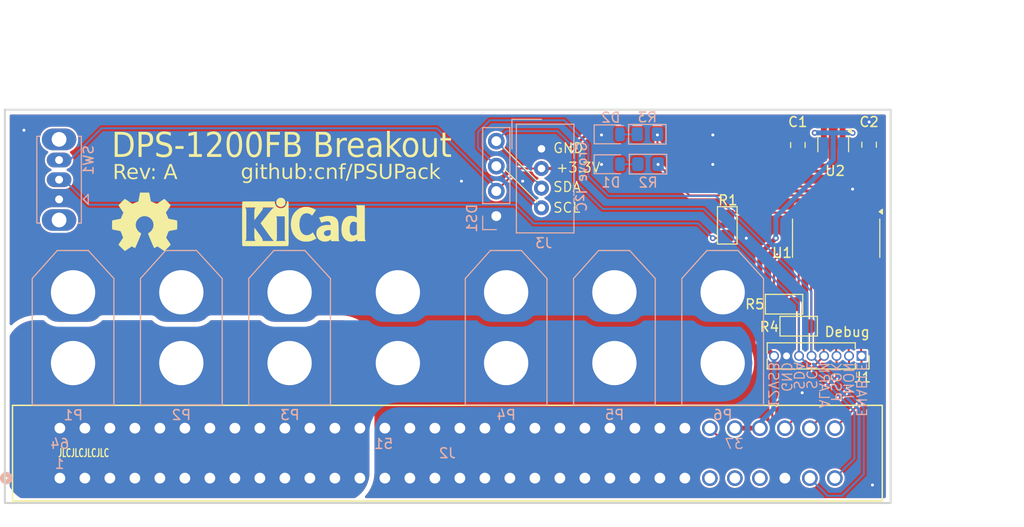
<source format=kicad_pcb>
(kicad_pcb (version 20241229) (generator "pcbnew") (generator_version "9.0")
  (title_block (title "${PCB_NAME}") (date "2025-09-05") (rev "${SCHEMATIC_VERSION}") (company "${ATTRIBUTION}"))
  (layers (0 "F.Cu" signal) (2 "B.Cu" signal) (13 "F.Paste" user) (15 "B.Paste" user) (5 "F.SilkS" user "F.Silkscreen") (7 "B.SilkS" user "B.Silkscreen") (1 "F.Mask" user) (3 "B.Mask" user) (25 "Edge.Cuts" user))
  (property "ATTRIBUTION" "github:cnf/PSUPack")
  (property "PCB_NAME" "DPS-1200FB Breakout")
  (property "SCHEMATIC_VERSION" "A")
  (net 0 "")
  (net 1 "+12V")
  (net 2 "GND")
  (net 3 "+12VSB")
  (net 4 "+3.3V")
  (net 5 "SDA")
  (net 6 "SCL")
  (net 7 "PSOK")
  (net 8 "~{ENABLE}")
  (net 9 "IMON")
  (net 10 "PWR")
  (net 11 "~{ALARM}")
  (net 12 "Net-(U2-BP)")
  (net 17 "Net-(SW1-B)")
  (net 18 "Net-(D1-A)")
  (net 19 "Net-(D2-A)")
  (net 20 "RLED")
  (net 21 "GLED")
  (footprint "Connector_PinSocket_1.27mm:PinSocket_1x08_P1.27mm_Vertical" (layer "F.Cu") (at 147.11 69.97 -90)
    (property "Reference" "J1" (at 2.19 -0.1 0) (layer "F.SilkS"))
    (property "Value" "Debug" (at -2.44 1.46 0) (layer "F.SilkS"))
    (pad "1" thru_hole rect (at 0 0 270) (size 1 1) (drill 0.7) (layers "*.Cu" "*.Mask") (net 8 "~{ENABLE}"))
    (pad "2" thru_hole circle (at 0 1.27 270) (size 1 1) (drill 0.7) (layers "*.Cu" "*.Mask") (net 9 "IMON"))
    (pad "3" thru_hole circle (at 0 2.54 270) (size 1 1) (drill 0.7) (layers "*.Cu" "*.Mask") (net 7 "PSOK"))
    (pad "4" thru_hole circle (at 0 3.81 270) (size 1 1) (drill 0.7) (layers "*.Cu" "*.Mask") (net 11 "~{ALARM}"))
    (pad "5" thru_hole circle (at 0 5.08 270) (size 1 1) (drill 0.7) (layers "*.Cu" "*.Mask") (net 6 "SCL"))
    (pad "6" thru_hole circle (at 0 6.35 270) (size 1 1) (drill 0.7) (layers "*.Cu" "*.Mask") (net 5 "SDA"))
    (pad "7" thru_hole circle (at 0 7.62 270) (size 1 1) (drill 0.7) (layers "*.Cu" "*.Mask") (net 2 "GND"))
    (pad "8" thru_hole circle (at 0 8.89 270) (size 1 1) (drill 0.7) (layers "*.Cu" "*.Mask") (net 3 "+12VSB"))
  )
  (footprint "Package_SO:SOIC-14_3.9x8.7mm_P1.27mm" (layer "F.Cu") (at 144.53 58 -90)
    (property "Reference" "U1" (at 1.485 5.5 0) (layer "F.SilkS"))
    (property "Value" "ATtiny404-SS")
    (pad "1" smd roundrect (at -2.475 -3.81 270) (size 1.95 0.6) (layers "F.Cu" "F.Mask" "F.Paste") (net 4 "+3.3V"))
    (pad "2" smd roundrect (at -2.475 -2.54 270) (size 1.95 0.6) (layers "F.Cu" "F.Mask" "F.Paste"))
    (pad "3" smd roundrect (at -2.475 -1.27 270) (size 1.95 0.6) (layers "F.Cu" "F.Mask" "F.Paste"))
    (pad "4" smd roundrect (at -2.475 0 270) (size 1.95 0.6) (layers "F.Cu" "F.Mask" "F.Paste") (net 21 "GLED"))
    (pad "5" smd roundrect (at -2.475 1.27 270) (size 1.95 0.6) (layers "F.Cu" "F.Mask" "F.Paste") (net 20 "RLED"))
    (pad "6" smd roundrect (at -2.475 2.54 270) (size 1.95 0.6) (layers "F.Cu" "F.Mask" "F.Paste"))
    (pad "7" smd roundrect (at -2.475 3.81 270) (size 1.95 0.6) (layers "F.Cu" "F.Mask" "F.Paste") (net 10 "PWR"))
    (pad "8" smd roundrect (at 2.475 3.81 270) (size 1.95 0.6) (layers "F.Cu" "F.Mask" "F.Paste") (net 5 "SDA"))
    (pad "9" smd roundrect (at 2.475 2.54 270) (size 1.95 0.6) (layers "F.Cu" "F.Mask" "F.Paste") (net 6 "SCL"))
    (pad "10" smd roundrect (at 2.475 1.27 270) (size 1.95 0.6) (layers "F.Cu" "F.Mask" "F.Paste") (net 11 "~{ALARM}"))
    (pad "11" smd roundrect (at 2.475 0 270) (size 1.95 0.6) (layers "F.Cu" "F.Mask" "F.Paste") (net 7 "PSOK"))
    (pad "12" smd roundrect (at 2.475 -1.27 270) (size 1.95 0.6) (layers "F.Cu" "F.Mask" "F.Paste") (net 9 "IMON"))
    (pad "13" smd roundrect (at 2.475 -2.54 270) (size 1.95 0.6) (layers "F.Cu" "F.Mask" "F.Paste") (net 8 "~{ENABLE}"))
    (pad "14" smd roundrect (at 2.475 -3.81 270) (size 1.95 0.6) (layers "F.Cu" "F.Mask" "F.Paste") (net 2 "GND"))
  )
  (footprint "PCM_Resistor_SMD_AKL:R_0805_2012Metric_Pad1.15x1.40mm" (layer "F.Cu") (at 139.235 64.71)
    (property "Reference" "R5" (at -2.965 0.01 0) (layer "F.SilkS"))
    (property "Value" "R_Small" (hide yes))
    (pad "1" smd roundrect (at -1.025 0) (size 1.15 1.4) (layers "F.Cu" "F.Mask" "F.Paste") (roundrect_rratio 0.217391) (net 4 "+3.3V"))
    (pad "2" smd roundrect (at 1.025 0) (size 1.15 1.4) (layers "F.Cu" "F.Mask" "F.Paste") (roundrect_rratio 0.217391) (net 5 "SDA"))
  )
  (footprint "Capacitor_SMD:C_0805_2012Metric" (layer "F.Cu") (at 147.88 48.49 90)
    (property "Reference" "C2" (at 2.31 0 180) (layer "F.SilkS"))
    (property "Value" "100nF")
    (pad "1" smd roundrect (at -0.95 0 90) (size 1 1.45) (layers "F.Cu" "F.Mask" "F.Paste") (net 4 "+3.3V"))
    (pad "2" smd roundrect (at 0.95 0 90) (size 1 1.45) (layers "F.Cu" "F.Mask" "F.Paste") (net 2 "GND"))
  )
  (footprint "PCM_Resistor_SMD_AKL:R_0805_2012Metric_Pad1.15x1.40mm" (layer "F.Cu") (at 133.47 56.695 -90)
    (property "Reference" "R1" (at -2.555 -0.06 180) (layer "F.SilkS"))
    (property "Value" "R_Small" (hide yes))
    (pad "1" smd roundrect (at -1.025 0 270) (size 1.15 1.4) (layers "F.Cu" "F.Mask" "F.Paste") (roundrect_rratio 0.217391) (net 10 "PWR"))
    (pad "2" smd roundrect (at 1.025 0 270) (size 1.15 1.4) (layers "F.Cu" "F.Mask" "F.Paste") (roundrect_rratio 0.217391) (net 17 "Net-(SW1-B)"))
  )
  (footprint "Package_TO_SOT_SMD:SOT-23-5" (layer "F.Cu") (at 144.2325 48.41 -90)
    (property "Reference" "U2" (at 2.74 -0.1875 180) (layer "F.SilkS"))
    (property "Value" "LP2985-3.3")
    (pad "1" smd roundrect (at -1.1375 -0.95 270) (size 1.325 0.6) (layers "F.Cu" "F.Mask" "F.Paste") (net 3 "+12VSB"))
    (pad "2" smd roundrect (at -1.1375 0 270) (size 1.325 0.6) (layers "F.Cu" "F.Mask" "F.Paste") (net 2 "GND"))
    (pad "3" smd roundrect (at -1.1375 0.95 270) (size 1.325 0.6) (layers "F.Cu" "F.Mask" "F.Paste") (net 3 "+12VSB"))
    (pad "4" smd roundrect (at 1.1375 0.95 270) (size 1.325 0.6) (layers "F.Cu" "F.Mask" "F.Paste") (net 12 "Net-(U2-BP)"))
    (pad "5" smd roundrect (at 1.1375 -0.95 270) (size 1.325 0.6) (layers "F.Cu" "F.Mask" "F.Paste") (net 4 "+3.3V"))
  )
  (footprint "PCM_Resistor_SMD_AKL:R_0805_2012Metric_Pad1.15x1.40mm" (layer "F.Cu") (at 140.725 66.95)
    (property "Reference" "R4" (at -2.985 0.07 0) (layer "F.SilkS"))
    (property "Value" "R_Small" (hide yes))
    (pad "1" smd roundrect (at -1.025 0) (size 1.15 1.4) (layers "F.Cu" "F.Mask" "F.Paste") (roundrect_rratio 0.217391) (net 4 "+3.3V"))
    (pad "2" smd roundrect (at 1.025 0) (size 1.15 1.4) (layers "F.Cu" "F.Mask" "F.Paste") (roundrect_rratio 0.217391) (net 6 "SCL"))
  )
  (footprint "Connectors:CONN_10046971-001LF_AMP" (layer "F.Cu") (at 65.66 82.4)
    (property "Reference" "J2" (at 39.37 -2.54 0) (layer "B.SilkS") (effects (justify mirror)))
    (property "Value" "10046971-001LF")
    (pad "1" thru_hole circle (at 0 0) (size 1.6002 1.6002) (drill 1.0922) (layers "*.Cu" "*.Mask") (net 1 "+12V"))
    (pad "2" thru_hole circle (at 2.54 0) (size 1.6002 1.6002) (drill 1.0922) (layers "*.Cu" "*.Mask") (net 1 "+12V"))
    (pad "3" thru_hole circle (at 5.08 0) (size 1.6002 1.6002) (drill 1.0922) (layers "*.Cu" "*.Mask") (net 1 "+12V"))
    (pad "4" thru_hole circle (at 7.62 0) (size 1.6002 1.6002) (drill 1.0922) (layers "*.Cu" "*.Mask") (net 1 "+12V"))
    (pad "5" thru_hole circle (at 10.16 0) (size 1.6002 1.6002) (drill 1.0922) (layers "*.Cu" "*.Mask") (net 1 "+12V"))
    (pad "6" thru_hole circle (at 12.7 0) (size 1.6002 1.6002) (drill 1.0922) (layers "*.Cu" "*.Mask") (net 1 "+12V"))
    (pad "7" thru_hole circle (at 15.24 0) (size 1.6002 1.6002) (drill 1.0922) (layers "*.Cu" "*.Mask") (net 1 "+12V"))
    (pad "8" thru_hole circle (at 17.78 0) (size 1.6002 1.6002) (drill 1.0922) (layers "*.Cu" "*.Mask") (net 1 "+12V"))
    (pad "9" thru_hole circle (at 20.32 0) (size 1.6002 1.6002) (drill 1.0922) (layers "*.Cu" "*.Mask") (net 1 "+12V"))
    (pad "10" thru_hole circle (at 22.86 0) (size 1.6002 1.6002) (drill 1.0922) (layers "*.Cu" "*.Mask") (net 1 "+12V"))
    (pad "11" thru_hole circle (at 25.4 0) (size 1.6002 1.6002) (drill 1.0922) (layers "*.Cu" "*.Mask") (net 1 "+12V"))
    (pad "12" thru_hole circle (at 27.94 0) (size 1.6002 1.6002) (drill 1.0922) (layers "*.Cu" "*.Mask") (net 1 "+12V"))
    (pad "13" thru_hole circle (at 30.48 0) (size 1.6002 1.6002) (drill 1.0922) (layers "*.Cu" "*.Mask") (net 1 "+12V"))
    (pad "14" thru_hole circle (at 33.02 0) (size 1.6002 1.6002) (drill 1.0922) (layers "*.Cu" "*.Mask") (net 2 "GND"))
    (pad "15" thru_hole circle (at 35.56 0) (size 1.6002 1.6002) (drill 1.0922) (layers "*.Cu" "*.Mask") (net 2 "GND"))
    (pad "16" thru_hole circle (at 38.1 0) (size 1.6002 1.6002) (drill 1.0922) (layers "*.Cu" "*.Mask") (net 2 "GND"))
    (pad "17" thru_hole circle (at 40.64 0) (size 1.6002 1.6002) (drill 1.0922) (layers "*.Cu" "*.Mask") (net 2 "GND"))
    (pad "18" thru_hole circle (at 43.18 0) (size 1.6002 1.6002) (drill 1.0922) (layers "*.Cu" "*.Mask") (net 2 "GND"))
    (pad "19" thru_hole circle (at 45.72 0) (size 1.6002 1.6002) (drill 1.0922) (layers "*.Cu" "*.Mask") (net 2 "GND"))
    (pad "20" thru_hole circle (at 48.26 0) (size 1.6002 1.6002) (drill 1.0922) (layers "*.Cu" "*.Mask") (net 2 "GND"))
    (pad "21" thru_hole circle (at 50.8 0) (size 1.6002 1.6002) (drill 1.0922) (layers "*.Cu" "*.Mask") (net 2 "GND"))
    (pad "22" thru_hole circle (at 53.34 0) (size 1.6002 1.6002) (drill 1.0922) (layers "*.Cu" "*.Mask") (net 2 "GND"))
    (pad "23" thru_hole circle (at 55.88 0) (size 1.6002 1.6002) (drill 1.0922) (layers "*.Cu" "*.Mask") (net 2 "GND"))
    (pad "24" thru_hole circle (at 58.42 0) (size 1.6002 1.6002) (drill 1.0922) (layers "*.Cu" "*.Mask") (net 2 "GND"))
    (pad "25" thru_hole circle (at 60.96 0) (size 1.6002 1.6002) (drill 1.0922) (layers "*.Cu" "*.Mask") (net 2 "GND"))
    (pad "26" thru_hole circle (at 63.5 0) (size 1.6002 1.6002) (drill 1.0922) (layers "*.Cu" "*.Mask") (net 2 "GND"))
    (pad "27" thru_hole circle (at 66.04 0) (size 1.6002 1.6002) (drill 1.0922) (layers "*.Cu" "*.Mask"))
    (pad "28" thru_hole circle (at 68.58 0) (size 1.6002 1.6002) (drill 1.0922) (layers "*.Cu" "*.Mask"))
    (pad "29" thru_hole circle (at 71.12 0) (size 1.6002 1.6002) (drill 1.0922) (layers "*.Cu" "*.Mask"))
    (pad "30" thru_hole circle (at 73.66 0) (size 1.6002 1.6002) (drill 1.0922) (layers "*.Cu" "*.Mask") (net 2 "GND"))
    (pad "31" thru_hole circle (at 76.2 0) (size 1.6002 1.6002) (drill 1.0922) (layers "*.Cu" "*.Mask") (net 6 "SCL"))
    (pad "32" thru_hole circle (at 78.74 0) (size 1.6002 1.6002) (drill 1.0922) (layers "*.Cu" "*.Mask") (net 5 "SDA"))
    (pad "33" thru_hole circle (at 78.74 -5.08) (size 1.6002 1.6002) (drill 1.0922) (layers "*.Cu" "*.Mask") (net 8 "~{ENABLE}"))
    (pad "34" thru_hole circle (at 76.2 -5.08) (size 1.6002 1.6002) (drill 1.0922) (layers "*.Cu" "*.Mask") (net 9 "IMON"))
    (pad "35" thru_hole circle (at 73.66 -5.08) (size 1.6002 1.6002) (drill 1.0922) (layers "*.Cu" "*.Mask") (net 7 "PSOK"))
    (pad "36" thru_hole circle (at 71.12 -5.08) (size 1.6002 1.6002) (drill 1.0922) (layers "*.Cu" "*.Mask") (net 3 "+12VSB"))
    (pad "37" thru_hole circle (at 68.58 -5.08) (size 1.6002 1.6002) (drill 1.0922) (layers "*.Cu" "*.Mask") (net 3 "+12VSB"))
    (pad "38" thru_hole circle (at 66.04 -5.08) (size 1.6002 1.6002) (drill 1.0922) (layers "*.Cu" "*.Mask") (net 11 "~{ALARM}"))
    (pad "39" thru_hole circle (at 63.5 -5.08) (size 1.6002 1.6002) (drill 1.0922) (layers "*.Cu" "*.Mask") (net 2 "GND"))
    (pad "40" thru_hole circle (at 60.96 -5.08) (size 1.6002 1.6002) (drill 1.0922) (layers "*.Cu" "*.Mask") (net 2 "GND"))
    (pad "41" thru_hole circle (at 58.42 -5.08) (size 1.6002 1.6002) (drill 1.0922) (layers "*.Cu" "*.Mask") (net 2 "GND"))
    (pad "42" thru_hole circle (at 55.88 -5.08) (size 1.6002 1.6002) (drill 1.0922) (layers "*.Cu" "*.Mask") (net 2 "GND"))
    (pad "43" thru_hole circle (at 53.34 -5.08) (size 1.6002 1.6002) (drill 1.0922) (layers "*.Cu" "*.Mask") (net 2 "GND"))
    (pad "44" thru_hole circle (at 50.8 -5.08) (size 1.6002 1.6002) (drill 1.0922) (layers "*.Cu" "*.Mask") (net 2 "GND"))
    (pad "45" thru_hole circle (at 48.26 -5.08) (size 1.6002 1.6002) (drill 1.0922) (layers "*.Cu" "*.Mask") (net 2 "GND"))
    (pad "46" thru_hole circle (at 45.72 -5.08) (size 1.6002 1.6002) (drill 1.0922) (layers "*.Cu" "*.Mask") (net 2 "GND"))
    (pad "47" thru_hole circle (at 43.18 -5.08) (size 1.6002 1.6002) (drill 1.0922) (layers "*.Cu" "*.Mask") (net 2 "GND"))
    (pad "48" thru_hole circle (at 40.64 -5.08) (size 1.6002 1.6002) (drill 1.0922) (layers "*.Cu" "*.Mask") (net 2 "GND"))
    (pad "49" thru_hole circle (at 38.1 -5.08) (size 1.6002 1.6002) (drill 1.0922) (layers "*.Cu" "*.Mask") (net 2 "GND"))
    (pad "50" thru_hole circle (at 35.56 -5.08) (size 1.6002 1.6002) (drill 1.0922) (layers "*.Cu" "*.Mask") (net 2 "GND"))
    (pad "51" thru_hole circle (at 33.02 -5.08) (size 1.6002 1.6002) (drill 1.0922) (layers "*.Cu" "*.Mask") (net 2 "GND"))
    (pad "52" thru_hole circle (at 30.48 -5.08) (size 1.6002 1.6002) (drill 1.0922) (layers "*.Cu" "*.Mask") (net 1 "+12V"))
    (pad "53" thru_hole circle (at 27.94 -5.08) (size 1.6002 1.6002) (drill 1.0922) (layers "*.Cu" "*.Mask") (net 1 "+12V"))
    (pad "54" thru_hole circle (at 25.4 -5.08) (size 1.6002 1.6002) (drill 1.0922) (layers "*.Cu" "*.Mask") (net 1 "+12V"))
    (pad "55" thru_hole circle (at 22.86 -5.08) (size 1.6002 1.6002) (drill 1.0922) (layers "*.Cu" "*.Mask") (net 1 "+12V"))
    (pad "56" thru_hole circle (at 20.32 -5.08) (size 1.6002 1.6002) (drill 1.0922) (layers "*.Cu" "*.Mask") (net 1 "+12V"))
    (pad "57" thru_hole circle (at 17.78 -5.08) (size 1.6002 1.6002) (drill 1.0922) (layers "*.Cu" "*.Mask") (net 1 "+12V"))
    (pad "58" thru_hole circle (at 15.24 -5.08) (size 1.6002 1.6002) (drill 1.0922) (layers "*.Cu" "*.Mask") (net 1 "+12V"))
    (pad "59" thru_hole circle (at 12.7 -5.08) (size 1.6002 1.6002) (drill 1.0922) (layers "*.Cu" "*.Mask") (net 1 "+12V"))
    (pad "60" thru_hole circle (at 10.16 -5.08) (size 1.6002 1.6002) (drill 1.0922) (layers "*.Cu" "*.Mask") (net 1 "+12V"))
    (pad "61" thru_hole circle (at 7.62 -5.08) (size 1.6002 1.6002) (drill 1.0922) (layers "*.Cu" "*.Mask") (net 1 "+12V"))
    (pad "62" thru_hole circle (at 5.08 -5.08) (size 1.6002 1.6002) (drill 1.0922) (layers "*.Cu" "*.Mask") (net 1 "+12V"))
    (pad "63" thru_hole circle (at 2.54 -5.08) (size 1.6002 1.6002) (drill 1.0922) (layers "*.Cu" "*.Mask") (net 1 "+12V"))
    (pad "64" thru_hole circle (at 0 -5.08) (size 1.6002 1.6002) (drill 1.0922) (layers "*.Cu" "*.Mask") (net 1 "+12V"))
  )
  (footprint "Capacitor_SMD:C_0805_2012Metric" (layer "F.Cu") (at 140.64 48.53 90)
    (property "Reference" "C1" (at 2.35 -0.01 180) (layer "F.SilkS"))
    (property "Value" "10nF")
    (pad "1" smd roundrect (at -0.95 0 90) (size 1 1.45) (layers "F.Cu" "F.Mask" "F.Paste") (net 12 "Net-(U2-BP)"))
    (pad "2" smd roundrect (at 0.95 0 90) (size 1 1.45) (layers "F.Cu" "F.Mask" "F.Paste") (net 2 "GND"))
  )
  (footprint "Symbol:OSHW-Symbol_6.7x6mm_SilkScreen" (layer "F.Cu") (at 74.260749 56.343905)
    (property "Reference" "REF**" (hide yes))
    (property "Value" "OSHW-Symbol_6.7x6mm_SilkScreen" (hide yes))
  )
  (footprint "Symbol:KiCad-Logo_5mm_SilkScreen" (layer "F.Cu") (at 90.454302 56.867938)
    (property "Reference" "REF**" (hide yes))
    (property "Value" "KiCad-Logo_5mm_SilkScreen" (hide yes))
  )
  (footprint "Connector:NS-Tech_Grove_1x04_P2mm_Vertical" (layer "B.Cu") (at 114.59 48.91 180)
    (property "Reference" "J3" (at -0.23 -9.59 180) (layer "B.SilkS") (effects (justify mirror)))
    (property "Value" "Grove I^{2}C" (at -4.11 -2.82 90) (layer "B.SilkS") (effects (justify mirror)))
    (pad "1" thru_hole rect (at 0 0 180) (size 1.524 1.524) (drill 0.762) (layers "*.Cu" "*.Mask") (net 2 "GND"))
    (pad "2" thru_hole circle (at 0 -2 180) (size 1.524 1.524) (drill 0.762) (layers "*.Cu" "*.Mask") (net 4 "+3.3V"))
    (pad "3" thru_hole circle (at 0 -4 180) (size 1.524 1.524) (drill 0.762) (layers "*.Cu" "*.Mask") (net 5 "SDA"))
    (pad "4" thru_hole circle (at 0 -6 180) (size 1.524 1.524) (drill 0.762) (layers "*.Cu" "*.Mask") (net 6 "SCL"))
  )
  (footprint "Connector_AMASS:AMASS_XT60-F_1x02_P7.20mm_Vertical" (layer "B.Cu") (at 89 63.5 -90)
    (property "Reference" "P3" (at 12.48 -0.03 0) (layer "B.SilkS") (effects (justify mirror)))
    (property "Value" "XT60")
    (pad "1" thru_hole roundrect (at 0 0 270) (size 6 6) (drill 4.5) (layers "*.Cu" "*.Mask") (net 2 "GND"))
    (pad "2" thru_hole circle (at 7.2 0 270) (size 6 6) (drill 4.5) (layers "*.Cu" "*.Mask") (net 1 "+12V"))
  )
  (footprint "Connector_AMASS:AMASS_XT60-F_1x02_P7.20mm_Vertical" (layer "B.Cu") (at 133 63.5 -90)
    (property "Reference" "P6" (at 12.47 -0.01 0) (layer "B.SilkS") (effects (justify mirror)))
    (property "Value" "XT60")
    (pad "1" thru_hole roundrect (at 0 0 270) (size 6 6) (drill 4.5) (layers "*.Cu" "*.Mask") (net 2 "GND"))
    (pad "2" thru_hole circle (at 7.2 0 270) (size 6 6) (drill 4.5) (layers "*.Cu" "*.Mask") (net 1 "+12V"))
  )
  (footprint "Connector_AMASS:AMASS_XT60-F_1x02_P7.20mm_Vertical" (layer "B.Cu") (at 100 63.5 -90)
    (property "Reference" "P7" (hide yes))
    (property "Value" "Feed Through Holes" (hide yes))
    (pad "1" thru_hole roundrect (at 0 0 270) (size 6 6) (drill 4.5) (layers "*.Cu" "*.Mask") (net 2 "GND"))
    (pad "2" thru_hole circle (at 7.2 0 270) (size 6 6) (drill 4.5) (layers "*.Cu" "*.Mask") (net 1 "+12V"))
  )
  (footprint "PCM_Resistor_SMD_AKL:R_0805_2012Metric_Pad1.15x1.40mm" (layer "B.Cu") (at 125.345 47.43)
    (property "Reference" "R3" (at 0.005 -1.72 0) (layer "B.SilkS") (effects (justify mirror)))
    (property "Value" "R_Small" (hide yes))
    (pad "1" smd roundrect (at -1.025 0) (size 1.15 1.4) (layers "B.Cu" "B.Mask" "B.Paste") (roundrect_rratio 0.217391) (net 19 "Net-(D2-A)"))
    (pad "2" smd roundrect (at 1.025 0) (size 1.15 1.4) (layers "B.Cu" "B.Mask" "B.Paste") (roundrect_rratio 0.217391) (net 21 "GLED"))
  )
  (footprint "Connector_AMASS:AMASS_XT60-F_1x02_P7.20mm_Vertical" (layer "B.Cu") (at 122 63.5 -90)
    (property "Reference" "P5" (at 12.46 -0.01 0) (layer "B.SilkS") (effects (justify mirror)))
    (property "Value" "XT60")
    (pad "1" thru_hole roundrect (at 0 0 270) (size 6 6) (drill 4.5) (layers "*.Cu" "*.Mask") (net 2 "GND"))
    (pad "2" thru_hole circle (at 7.2 0 270) (size 6 6) (drill 4.5) (layers "*.Cu" "*.Mask") (net 1 "+12V"))
  )
  (footprint "Connector_PinHeader_2.54mm:PinHeader_1x04_P2.54mm_Vertical" (layer "B.Cu") (at 110 55.75)
    (property "Reference" "DS1" (at -2.47 0.22 270) (layer "B.SilkS") (effects (justify mirror)))
    (property "Value" "ssd1306 OLED 128x32")
    (pad "1" thru_hole rect (at 0 0) (size 1.7 1.7) (drill 1) (layers "*.Cu" "*.Mask") (net 2 "GND"))
    (pad "2" thru_hole circle (at 0 -2.54) (size 1.7 1.7) (drill 1) (layers "*.Cu" "*.Mask") (net 4 "+3.3V"))
    (pad "3" thru_hole circle (at 0 -5.08) (size 1.7 1.7) (drill 1) (layers "*.Cu" "*.Mask") (net 6 "SCL"))
    (pad "4" thru_hole circle (at 0 -7.62) (size 1.7 1.7) (drill 1) (layers "*.Cu" "*.Mask") (net 5 "SDA"))
  )
  (footprint "Connector_AMASS:AMASS_XT60-F_1x02_P7.20mm_Vertical" (layer "B.Cu") (at 67 63.5 -90)
    (property "Reference" "P1" (at 12.5 -0.02 0) (layer "B.SilkS") (effects (justify mirror)))
    (property "Value" "XT60")
    (pad "1" thru_hole roundrect (at 0 0 270) (size 6 6) (drill 4.5) (layers "*.Cu" "*.Mask") (net 2 "GND"))
    (pad "2" thru_hole circle (at 7.2 0 270) (size 6 6) (drill 4.5) (layers "*.Cu" "*.Mask") (net 1 "+12V"))
  )
  (footprint "Button_Switch_THT:SW_Slide_SPDT_Straight_CK_OS102011MS2Q" (layer "B.Cu") (at 65.58 54.05 90)
    (property "Reference" "SW1" (at 3.99 2.99 90) (layer "B.SilkS") (effects (justify mirror)))
    (property "Value" "Power Switch")
    (pad "" thru_hole oval (at -2.1 0 90) (size 2.2 3.5) (drill 1.5) (layers "*.Cu" "*.Mask"))
    (pad "" thru_hole oval (at 6.1 0 90) (size 2.2 3.5) (drill 1.5) (layers "*.Cu" "*.Mask"))
    (pad "1" thru_hole rect (at 0 0 90) (size 1.5 2.5) (drill 0.8) (layers "*.Cu" "*.Mask") (net 2 "GND"))
    (pad "2" thru_hole oval (at 2 0 90) (size 1.5 2.5) (drill 0.8) (layers "*.Cu" "*.Mask") (net 17 "Net-(SW1-B)"))
    (pad "3" thru_hole oval (at 4 0 90) (size 1.5 2.5) (drill 0.8) (layers "*.Cu" "*.Mask") (net 4 "+3.3V"))
  )
  (footprint "Connector_AMASS:AMASS_XT60-F_1x02_P7.20mm_Vertical" (layer "B.Cu") (at 111 63.5 -90)
    (property "Reference" "P4" (at 12.48 0 0) (layer "B.SilkS") (effects (justify mirror)))
    (property "Value" "XT60")
    (pad "1" thru_hole roundrect (at 0 0 270) (size 6 6) (drill 4.5) (layers "*.Cu" "*.Mask") (net 2 "GND"))
    (pad "2" thru_hole circle (at 7.2 0 270) (size 6 6) (drill 4.5) (layers "*.Cu" "*.Mask") (net 1 "+12V"))
  )
  (footprint "PCM_Resistor_SMD_AKL:R_0805_2012Metric_Pad1.15x1.40mm" (layer "B.Cu") (at 125.415 50.47)
    (property "Reference" "R2" (at 0 1.87 0) (layer "B.SilkS") (effects (justify mirror)))
    (property "Value" "R_Small" (hide yes))
    (pad "1" smd roundrect (at -1.025 0) (size 1.15 1.4) (layers "B.Cu" "B.Mask" "B.Paste") (roundrect_rratio 0.217391) (net 18 "Net-(D1-A)"))
    (pad "2" smd roundrect (at 1.025 0) (size 1.15 1.4) (layers "B.Cu" "B.Mask" "B.Paste") (roundrect_rratio 0.217391) (net 20 "RLED"))
  )
  (footprint "Connector_AMASS:AMASS_XT60-F_1x02_P7.20mm_Vertical" (layer "B.Cu") (at 78 63.5 -90)
    (property "Reference" "P2" (at 12.48 0 0) (layer "B.SilkS") (effects (justify mirror)))
    (property "Value" "XT60")
    (pad "1" thru_hole roundrect (at 0 0 270) (size 6 6) (drill 4.5) (layers "*.Cu" "*.Mask") (net 2 "GND"))
    (pad "2" thru_hole circle (at 7.2 0 270) (size 6 6) (drill 4.5) (layers "*.Cu" "*.Mask") (net 1 "+12V"))
  )
  (footprint "LED_SMD:LED_0805_2012Metric" (layer "B.Cu") (at 121.6275 50.48)
    (property "Reference" "D1" (at 0.0125 1.85 0) (layer "B.SilkS") (effects (justify mirror)))
    (property "Value" "Green LED")
    (pad "1" smd roundrect (at -0.9375 0) (size 0.975 1.4) (layers "B.Cu" "B.Mask" "B.Paste") (net 2 "GND"))
    (pad "2" smd roundrect (at 0.9375 0) (size 0.975 1.4) (layers "B.Cu" "B.Mask" "B.Paste") (net 18 "Net-(D1-A)"))
  )
  (footprint "LED_SMD:LED_0805_2012Metric" (layer "B.Cu") (at 121.6275 47.44)
    (property "Reference" "D2" (at 0 -1.71 0) (layer "B.SilkS") (effects (justify mirror)))
    (property "Value" "Red LED")
    (pad "1" smd roundrect (at -0.9375 0) (size 0.975 1.4) (layers "B.Cu" "B.Mask" "B.Paste") (net 2 "GND"))
    (pad "2" smd roundrect (at 0.9375 0) (size 0.975 1.4) (layers "B.Cu" "B.Mask" "B.Paste") (net 19 "Net-(D2-A)"))
  )
  (gr_line (start 110.75 48.78) (end 114.11 52.14) (stroke (width 0.1)) (layer "F.SilkS"))
  (gr_line (start 110.82 50.95) (end 114.18 54.31) (stroke (width 0.1)) (layer "F.SilkS"))
  (gr_rect (start 60.07 44.93) (end 150.07 84.93) (stroke (width 0.2)) (fill no) (layer "Edge.Cuts"))
  (gr_text "+3.3V" (at 116 51.4 0) (layer "F.SilkS") (effects (font (size 1 1) (thickness 0.125)) (justify left bottom)))
  (gr_text "GND" (at 115.7 49.42 0) (layer "F.SilkS") (effects (font (size 1 1) (thickness 0.125)) (justify left bottom)))
  (gr_text "Rev: ${SCHEMATIC_VERSION}" (at 71.03 52.24 0) (layer "F.SilkS") (effects (font (size 1.5 1.5) (thickness 0.1)) (justify left bottom)))
  (gr_text "${PCB_NAME}" (at 70.92 50.16 0) (layer "F.SilkS") (effects (font (size 2.5 2.25) (thickness 0.1)) (justify left bottom)))
  (gr_text "${ATTRIBUTION}" (at 84.03 52.22 0) (layer "F.SilkS") (effects (font (size 1.5 1.5) (thickness 0.1)) (justify left bottom)))
  (gr_text "SCL" (at 115.7 55.48 0) (layer "F.SilkS") (effects (font (size 1 1) (thickness 0.125)) (justify left bottom)))
  (gr_text "SDA" (at 115.7 53.37 0) (layer "F.SilkS") (effects (font (size 1 1) (thickness 0.125)) (justify left bottom)))
  (gr_text "JLCJLCJLCJLC" (at 65.42 80.31 0) (layer "F.SilkS") (effects (font (size 0.8 0.5) (thickness 0.125) (bold yes)) (justify left bottom)))
  (gr_text "ALARM" (at 142.72 70.53 270) (layer "B.SilkS") (effects (font (size 1 1) (thickness 0.125)) (justify right bottom mirror)))
  (gr_text "GND" (at 138.9 70.51 270) (layer "B.SilkS") (effects (font (size 1 1) (thickness 0.125)) (justify right bottom mirror)))
  (gr_text "37" (at 135.2 79.5 0) (layer "B.SilkS") (effects (font (size 1 1) (thickness 0.125)) (justify left bottom mirror)))
  (gr_text "51" (at 99.6 79.5 0) (layer "B.SilkS") (effects (font (size 1 1)) (justify left bottom mirror)))
  (gr_text "PSOK" (at 143.91 70.54 270) (layer "B.SilkS") (effects (font (size 1 1) (thickness 0.125)) (justify right bottom mirror)))
  (gr_text "1" (at 66.2 80.36 0) (layer "B.SilkS") (effects (font (size 1 1)) (justify left top mirror)))
  (gr_text "SCL" (at 141.43 70.52 270) (layer "B.SilkS") (effects (font (size 1 1) (thickness 0.125)) (justify right bottom mirror)))
  (gr_text "ENABLE" (at 146.49 70.56 270) (layer "B.SilkS") (effects (font (size 1 1) (thickness 0.125)) (justify right bottom mirror)))
  (gr_text "IMON" (at 145.17 70.55 270) (layer "B.SilkS") (effects (font (size 1 1) (thickness 0.125)) (justify right bottom mirror)))
  (gr_text "12VSB" (at 137.56 70.49 270) (layer "B.SilkS") (effects (font (size 1 1) (thickness 0.125)) (justify right bottom mirror)))
  (gr_text "64" (at 66.7 79.5 0) (layer "B.SilkS") (effects (font (size 1 1)) (justify left bottom mirror)))
  (gr_text "SDA" (at 140.15 70.52 270) (layer "B.SilkS") (effects (font (size 1 1) (thickness 0.125)) (justify right bottom mirror)))
  (via (at 141.08 73.72) (size 0.6) (drill 0.3) (layers "F.Cu" "B.Cu") (net 2))
  (via (at 106.46 52.2) (size 0.6) (drill 0.3) (layers "F.Cu" "B.Cu") (net 2))
  (via (at 148.22 83.1) (size 0.6) (drill 0.3) (layers "F.Cu" "B.Cu") (net 2))
  (via (at 146.2 53.01) (size 0.6) (drill 0.3) (layers "F.Cu" "B.Cu") (net 2))
  (via (at 132 47.5) (size 0.6) (drill 0.3) (layers "F.Cu" "B.Cu") (net 2))
  (via (at 132 50.5) (size 0.6) (drill 0.3) (layers "F.Cu" "B.Cu") (net 2))
  (via (at 135.4 58) (size 0.6) (drill 0.3) (layers "F.Cu" "B.Cu") (net 2))
  (via (at 112.68 52.2) (size 0.6) (drill 0.3) (layers "F.Cu" "B.Cu") (net 2))
  (via (at 147.88 46.18) (size 0.6) (drill 0.3) (layers "F.Cu" "B.Cu") (net 2))
  (via (at 120.69 47.5) (size 0.6) (drill 0.3) (layers "F.Cu" "B.Cu") (net 2))
  (via (at 62.01 47.02) (size 0.6) (drill 0.3) (layers "F.Cu" "B.Cu") (net 2))
  (via (at 120.69 50.5) (size 0.6) (drill 0.3) (layers "F.Cu" "B.Cu") (net 2))
  (segment (start 146.164732 47.273745) (end 145.183745 47.273745) (width 0.5) (layer "F.Cu") (net 3))
  (segment (start 143.275 47.28) (end 143.2825 47.2725) (width 0.5) (layer "F.Cu") (net 3))
  (segment (start 138.22 69.97) (end 136.78 68.53) (width 0.5) (layer "F.Cu") (net 3))
  (segment (start 145.183745 47.273745) (end 145.1825 47.2725) (width 0.5) (layer "F.Cu") (net 3))
  (segment (start 136.78 77.32) (end 134.24 77.32) (width 0.5) (layer "F.Cu") (net 3))
  (segment (start 136.78 59.62) (end 138.4 58) (width 0.5) (layer "F.Cu") (net 3))
  (segment (start 136.78 68.53) (end 136.78 59.62) (width 0.5) (layer "F.Cu") (net 3))
  (segment (start 142.35 47.28) (end 143.275 47.28) (width 0.5) (layer "F.Cu") (net 3))
  (via (at 146.2 47.3) (size 0.6) (drill 0.3) (layers "F.Cu" "B.Cu") (net 3))
  (via (at 138.4 58) (size 0.6) (drill 0.3) (layers "F.Cu" "B.Cu") (net 3))
  (via (at 142.35 47.28) (size 0.6) (drill 0.3) (layers "F.Cu" "B.Cu") (net 3))
  (segment (start 146.006255 47.273745) (end 146 47.28) (width 0.5) (layer "B.Cu") (net 3))
  (segment (start 136.78 76.77) (end 136.78 77.32) (width 0.5) (layer "B.Cu") (net 3))
  (segment (start 146.164732 47.273745) (end 146.006255 47.273745) (width 0.5) (layer "B.Cu") (net 3))
  (segment (start 146 47.28) (end 142.35 47.28) (width 0.5) (layer "B.Cu") (net 3))
  (segment (start 144.23 50.01) (end 138.4 55.84) (width 0.5) (layer "B.Cu") (net 3))
  (segment (start 144.23 47.28) (end 144.23 50.01) (width 0.5) (layer "B.Cu") (net 3))
  (segment (start 138.4 55.84) (end 138.4 58) (width 0.5) (layer "B.Cu") (net 3))
  (segment (start 138.22 75.33) (end 136.78 76.77) (width 0.5) (layer "B.Cu") (net 3))
  (segment (start 138.22 69.97) (end 138.22 75.33) (width 0.5) (layer "B.Cu") (net 3))
  (segment (start 146.13 51.19) (end 133.92 51.19) (width 0.3) (layer "F.Cu") (net 4))
  (segment (start 138.21 64.71) (end 138.21 65.46) (width 0.2) (layer "F.Cu") (net 4))
  (segment (start 148.34 49.9) (end 147.88 49.44) (width 0.2) (layer "F.Cu") (net 4))
  (segment (start 140.3 58.15) (end 138.21 60.24) (width 0.2) (layer "F.Cu") (net 4))
  (segment (start 133.92 51.19) (end 128.98 46.25) (width 0.3) (layer "F.Cu") (net 4))
  (segment (start 147.7725 49.5475) (end 147.88 49.44) (width 0.5) (layer "F.Cu") (net 4))
  (segment (start 115.69 50.91) (end 114.59 50.91) (width 0.3) (layer "F.Cu") (net 4))
  (segment (start 147.88 49.44) (end 146.13 51.19) (width 0.3) (layer "F.Cu") (net 4))
  (segment (start 138.21 60.24) (end 138.21 64.71) (width 0.2) (layer "F.Cu") (net 4))
  (segment (start 120.35 46.25) (end 115.69 50.91) (width 0.3) (layer "F.Cu") (net 4))
  (segment (start 114.76 50.91) (end 114.59 50.91) (width 0.5) (layer "F.Cu") (net 4))
  (segment (start 146.061968 58.15) (end 140.3 58.15) (width 0.2) (layer "F.Cu") (net 4))
  (segment (start 110 53.21) (end 112.3 50.91) (width 0.2) (layer "F.Cu") (net 4))
  (segment (start 112.3 50.91) (end 114.59 50.91) (width 0.2) (layer "F.Cu") (net 4))
  (segment (start 138.21 65.46) (end 139.7 66.95) (width 0.2) (layer "F.Cu") (net 4))
  (segment (start 148.34 55.525) (end 148.34 55.871968) (width 0.2) (layer "F.Cu") (net 4))
  (segment (start 148.34 55.525) (end 148.34 49.9) (width 0.2) (layer "F.Cu") (net 4))
  (segment (start 128.98 46.25) (end 120.35 46.25) (width 0.3) (layer "F.Cu") (net 4))
  (segment (start 148.34 55.871968) (end 146.061968 58.15) (width 0.2) (layer "F.Cu") (net 4))
  (segment (start 145.1825 49.5475) (end 147.7725 49.5475) (width 0.5) (layer "F.Cu") (net 4))
  (segment (start 110 52.85) (end 103.97 46.82) (width 0.2) (layer "B.Cu") (net 4))
  (segment (start 110 53.21) (end 110 52.85) (width 0.2) (layer "B.Cu") (net 4))
  (segment (start 66.67 50.05) (end 65.58 50.05) (width 0.2) (layer "B.Cu") (net 4))
  (segment (start 69.9 46.82) (end 66.67 50.05) (width 0.2) (layer "B.Cu") (net 4))
  (segment (start 103.97 46.82) (end 69.9 46.82) (width 0.2) (layer "B.Cu") (net 4))
  (segment (start 140.76 69.97) (end 140.77 69.96) (width 0.2) (layer "F.Cu") (net 5))
  (segment (start 140.72 69.93) (end 140.76 69.97) (width 0.2) (layer "F.Cu") (net 5))
  (segment (start 140.72 60.475) (end 140.72 69.93) (width 0.2) (layer "F.Cu") (net 5))
  (segment (start 146.38 80.42) (end 146.38 75.59) (width 0.2) (layer "B.Cu") (net 5))
  (segment (start 116.21 47.11) (end 111.02 47.11) (width 0.2) (layer "B.Cu") (net 5))
  (segment (start 140.76 64.71) (end 131.07 55.02) (width 0.2) (layer "B.Cu") (net 5))
  (segment (start 111.02 47.11) (end 110 48.13) (width 0.2) (layer "B.Cu") (net 5))
  (segment (start 144.4 82.4) (end 146.38 80.42) (width 0.2) (layer "B.Cu") (net 5))
  (segment (start 120.81 55.02) (end 117.97 52.18) (width 0.2) (layer "B.Cu") (net 5))
  (segment (start 131.07 55.02) (end 120.81 55.02) (width 0.2) (layer "B.Cu") (net 5))
  (segment (start 110 48.13) (end 114.59 52.72) (width 0.2) (layer "B.Cu") (net 5))
  (segment (start 146.38 75.59) (end 140.76 69.97) (width 0.2) (layer "B.Cu") (net 5))
  (segment (start 117.97 48.87) (end 116.21 47.11) (width 0.2) (layer "B.Cu") (net 5))
  (segment (start 117.97 52.18) (end 117.97 48.87) (width 0.2) (layer "B.Cu") (net 5))
  (segment (start 140.76 69.97) (end 140.76 64.71) (width 0.2) (layer "B.Cu") (net 5))
  (segment (start 114.59 52.72) (end 114.59 52.91) (width 0.2) (layer "B.Cu") (net 5))
  (segment (start 141.99 60.475) (end 141.99 69.93) (width 0.2) (layer "F.Cu") (net 6))
  (segment (start 141.99 69.93) (end 142.03 69.97) (width 0.2) (layer "F.Cu") (net 6))
  (segment (start 147.34 82) (end 147.34 75.28) (width 0.2) (layer "B.Cu") (net 6))
  (segment (start 147.34 75.28) (end 142.03 69.97) (width 0.2) (layer "B.Cu") (net 6))
  (segment (start 119.35 48.47) (end 116.89 46.01) (width 0.2) (layer "B.Cu") (net 6))
  (segment (start 145.14 84.2) (end 147.34 82) (width 0.2) (layer "B.Cu") (net 6))
  (segment (start 108.14 47.22) (end 108.14 48.81) (width 0.2) (layer "B.Cu") (net 6))
  (segment (start 142.03 63.426247) (end 132.313753 53.71) (width 0.2) (layer "B.Cu") (net 6))
  (segment (start 110 50.67) (end 114.24 54.91) (width 0.2) (layer "B.Cu") (net 6))
  (segment (start 143.66 84.2) (end 145.14 84.2) (width 0.2) (layer "B.Cu") (net 6))
  (segment (start 132.313753 53.71) (end 121.37 53.71) (width 0.2) (layer "B.Cu") (net 6))
  (segment (start 109.35 46.01) (end 108.14 47.22) (width 0.2) (layer "B.Cu") (net 6))
  (segment (start 119.35 51.69) (end 119.35 48.47) (width 0.2) (layer "B.Cu") (net 6))
  (segment (start 108.14 48.81) (end 110 50.67) (width 0.2) (layer "B.Cu") (net 6))
  (segment (start 142.03 69.97) (end 142.03 63.426247) (width 0.2) (layer "B.Cu") (net 6))
  (segment (start 121.37 53.71) (end 119.35 51.69) (width 0.2) (layer "B.Cu") (net 6))
  (segment (start 116.89 46.01) (end 109.35 46.01) (width 0.2) (layer "B.Cu") (net 6))
  (segment (start 114.24 54.91) (end 114.59 54.91) (width 0.2) (layer "B.Cu") (net 6))
  (segment (start 141.86 82.4) (end 143.66 84.2) (width 0.2) (layer "B.Cu") (net 6))
  (segment (start 144.57 69.97) (end 144.57 72.07) (width 0.2) (layer "F.Cu") (net 7))
  (segment (start 144.53 60.475) (end 144.53 69.93) (width 0.2) (layer "F.Cu") (net 7))
  (segment (start 144.53 69.93) (end 144.57 69.97) (width 0.2) (layer "F.Cu") (net 7))
  (segment (start 144.57 72.07) (end 139.32 77.32) (width 0.2) (layer "F.Cu") (net 7))
  (segment (start 147.11 69.97) (end 147.11 74.61) (width 0.2) (layer "F.Cu") (net 8))
  (segment (start 147.07 69.93) (end 147.11 69.97) (width 0.2) (layer "F.Cu") (net 8))
  (segment (start 147.07 60.475) (end 147.07 69.93) (width 0.2) (layer "F.Cu") (net 8))
  (segment (start 147.11 74.61) (end 144.4 77.32) (width 0.2) (layer "F.Cu") (net 8))
  (segment (start 145.8 60.475) (end 145.8 69.93) (width 0.2) (layer "F.Cu") (net 9))
  (segment (start 145.8 69.93) (end 145.84 69.97) (width 0.2) (layer "F.Cu") (net 9))
  (segment (start 145.84 73.34) (end 141.86 77.32) (width 0.2) (layer "F.Cu") (net 9))
  (segment (start 145.84 69.97) (end 145.84 73.34) (width 0.2) (layer "F.Cu") (net 9))
  (segment (start 133.16 55.4) (end 140.595 55.4) (width 0.2) (layer "F.Cu") (net 10))
  (segment (start 140.595 55.4) (end 140.72 55.525) (width 0.2) (layer "F.Cu") (net 10))
  (segment (start 143.26 69.93) (end 143.3 69.97) (width 0.2) (layer "F.Cu") (net 11))
  (segment (start 131.7 77.32) (end 133.32 78.94) (width 0.2) (layer "F.Cu") (net 11))
  (segment (start 143.26 60.475) (end 143.26 69.93) (width 0.2) (layer "F.Cu") (net 11))
  (segment (start 137.06 78.94) (end 138.04 77.96) (width 0.2) (layer "F.Cu") (net 11))
  (segment (start 133.32 78.94) (end 137.06 78.94) (width 0.2) (layer "F.Cu") (net 11))
  (segment (start 138.04 75.23) (end 143.3 69.97) (width 0.2) (layer "F.Cu") (net 11))
  (segment (start 138.04 77.96) (end 138.04 75.23) (width 0.2) (layer "F.Cu") (net 11))
  (segment (start 143.2825 49.5475) (end 140.6525 49.5475) (width 0.2) (layer "F.Cu") (net 12))
  (segment (start 140.64 49.535) (end 140.64 49.48) (width 0.2) (layer "F.Cu") (net 12))
  (segment (start 140.6525 49.5475) (end 140.64 49.535) (width 0.2) (layer "F.Cu") (net 12))
  (segment (start 133.19 58) (end 133.47 57.72) (width 0.2) (layer "F.Cu") (net 17))
  (segment (start 131.81 58) (end 133.19 58) (width 0.2) (layer "F.Cu") (net 17))
  (via (at 132 58) (size 0.6) (drill 0.3) (layers "F.Cu" "B.Cu") (net 17))
  (segment (start 132 58) (end 130.5 56.5) (width 0.2) (layer "B.Cu") (net 17))
  (segment (start 113.8 56.5) (end 111.9 54.6) (width 0.2) (layer "B.Cu") (net 17))
  (segment (start 111.9 54.6) (end 68.63 54.6) (width 0.2) (layer "B.Cu") (net 17))
  (segment (start 130.5 56.5) (end 113.8 56.5) (width 0.2) (layer "B.Cu") (net 17))
  (segment (start 131.81 58) (end 132 58) (width 0.2) (layer "B.Cu") (net 17))
  (segment (start 68.63 54.6) (end 66.08 52.05) (width 0.2) (layer "B.Cu") (net 17))
  (segment (start 66.08 52.05) (end 65.58 52.05) (width 0.2) (layer "B.Cu") (net 17))
  (segment (start 122.565 50.48) (end 124.38 50.48) (width 0.2) (layer "B.Cu") (net 18))
  (segment (start 124.38 50.48) (end 124.39 50.47) (width 0.2) (layer "B.Cu") (net 18))
  (segment (start 122.565 47.44) (end 124.31 47.44) (width 0.2) (layer "B.Cu") (net 19))
  (segment (start 124.31 47.44) (end 124.32 47.43) (width 0.2) (layer "B.Cu") (net 19))
  (segment (start 126.44 50.47) (end 129.62 53.65) (width 0.2) (layer "F.Cu") (net 20))
  (segment (start 129.62 53.65) (end 142.359999 53.65) (width 0.2) (layer "F.Cu") (net 20))
  (segment (start 142.359999 53.65) (end 143.26 54.550001) (width 0.2) (layer "F.Cu") (net 20))
  (segment (start 143.26 54.550001) (end 143.26 55.525) (width 0.2) (layer "F.Cu") (net 20))
  (via (at 126.44 50.5) (size 0.6) (drill 0.3) (layers "F.Cu" "B.Cu") (net 20))
  (segment (start 144.53 55.525) (end 144.53 54.550001) (width 0.2) (layer "F.Cu") (net 21))
  (segment (start 130.81 52.75) (end 126.37 48.31) (width 0.2) (layer "F.Cu") (net 21))
  (segment (start 126.37 48.31) (end 126.37 47.43) (width 0.2) (layer "F.Cu") (net 21))
  (segment (start 144.53 54.550001) (end 142.729999 52.75) (width 0.2) (layer "F.Cu") (net 21))
  (segment (start 142.729999 52.75) (end 130.81 52.75) (width 0.2) (layer "F.Cu") (net 21))
  (via (at 126.37 47.5) (size 0.6) (drill 0.3) (layers "F.Cu" "B.Cu") (net 21))
  (zone (net 1) (net_name "+12V") (layer "F.Cu") (priority 1) (connect_pads yes (clearance 0.5)) (min_thickness 0.25) (fill yes (thermal_gap 0.5) (thermal_bridge_width 0.5) (smoothing fillet) (radius 3))
    (polygon (pts (xy 97.117812 84.842395) (xy 60.209033 84.842395) (xy 60.214817 66.33343) (xy 97.243745 66.351007) (xy 97.218986 74.691615) (xy 97.117812 74.691854)))
  )
  (zone (net 2) (net_name "GND") (layers "F.Cu" "B.Cu") (connect_pads yes (clearance 0.16)) (min_thickness 0.25) (fill yes (thermal_gap 0.5) (thermal_bridge_width 0.5))
    (polygon (pts (xy 149.81 45.182819) (xy 149.81 84.950029) (xy 60.11 84.96) (xy 60.098657 45.202762)))
  )
  (zone (net 1) (net_name "+12V") (layer "B.Cu") (priority 1) (connect_pads yes (clearance 0.5)) (min_thickness 0.25) (fill yes (thermal_gap 0.5) (thermal_bridge_width 0.5) (smoothing fillet) (radius 3))
    (polygon (pts (xy 97.1135 84.844249) (xy 60.204721 84.844249) (xy 60.210505 66.335284) (xy 135.984183 66.371254) (xy 135.959751 74.601893) (xy 97.1135 74.693708)))
  )
)
</source>
